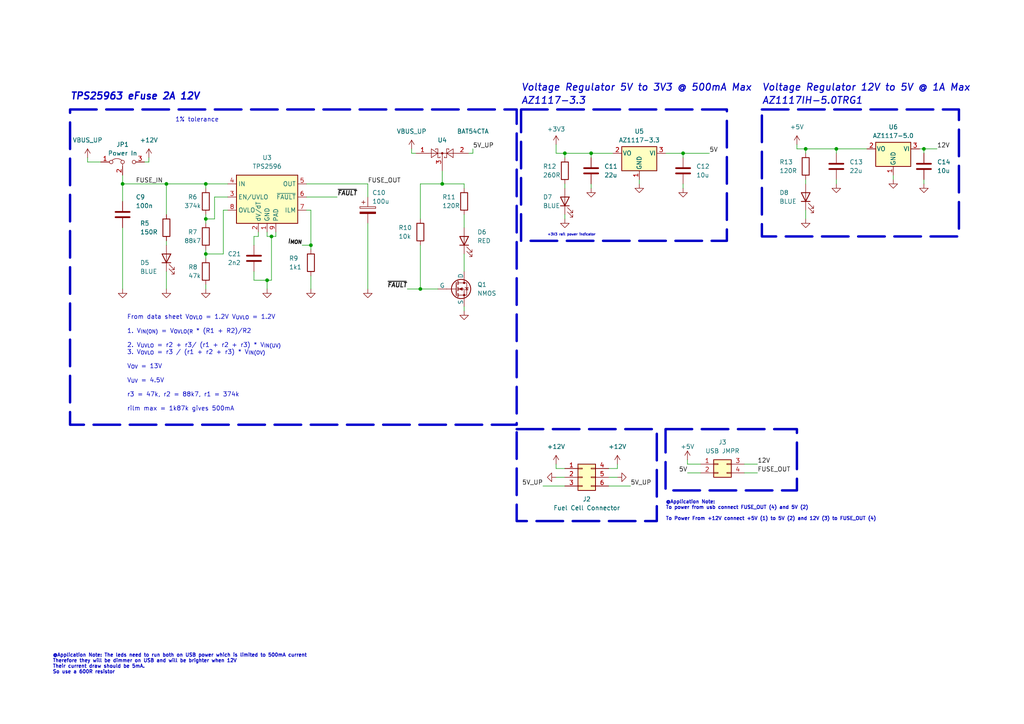
<source format=kicad_sch>
(kicad_sch (version 20231120) (generator "eeschema") (generator_version "8.0")
  (paper "A4")
  (title_block (date "2023-10-06"))
  (lib_symbols
    (symbol "Connector_Generic:Conn_02x02_Top_Bottom" (pin_names (offset 1.016) hide)
      (property "Reference" "J" (at 1.27 2.54 0))
      (property "Value" "Conn_02x02_Top_Bottom" (at 1.27 -5.08 0))
      (symbol "Conn_02x02_Top_Bottom_1_1"
        (rectangle (start -1.27 -2.413) (end 0 -2.667) (stroke (width 0.1524)))
        (rectangle (start -1.27 0.127) (end 0 -0.127) (stroke (width 0.1524)))
        (rectangle (start -1.27 1.27) (end 3.81 -3.81) (stroke (width 0.254)) (fill (type background)))
        (rectangle (start 3.81 -2.413) (end 2.54 -2.667) (stroke (width 0.1524)))
        (rectangle (start 3.81 0.127) (end 2.54 -0.127) (stroke (width 0.1524)))
        (pin passive line (at -5.08 0 0) (length 3.81) (name "Pin_1") (number "1"))
        (pin passive line (at -5.08 -2.54 0) (length 3.81) (name "Pin_2") (number "2"))
        (pin passive line (at 7.62 0 180) (length 3.81) (name "Pin_3") (number "3"))
        (pin passive line (at 7.62 -2.54 180) (length 3.81) (name "Pin_4") (number "4"))
      )
    )
    (symbol "Connector_Generic:Conn_02x03_Top_Bottom" (pin_names (offset 1.016) hide)
      (property "Reference" "J" (at 1.27 5.08 0))
      (property "Value" "Conn_02x03_Top_Bottom" (at 1.27 -5.08 0))
      (symbol "Conn_02x03_Top_Bottom_1_1"
        (rectangle (start -1.27 -2.413) (end 0 -2.667) (stroke (width 0.1524)))
        (rectangle (start -1.27 0.127) (end 0 -0.127) (stroke (width 0.1524)))
        (rectangle (start -1.27 2.667) (end 0 2.413) (stroke (width 0.1524)))
        (rectangle (start -1.27 3.81) (end 3.81 -3.81) (stroke (width 0.254)) (fill (type background)))
        (rectangle (start 3.81 -2.413) (end 2.54 -2.667) (stroke (width 0.1524)))
        (rectangle (start 3.81 0.127) (end 2.54 -0.127) (stroke (width 0.1524)))
        (rectangle (start 3.81 2.667) (end 2.54 2.413) (stroke (width 0.1524)))
        (pin passive line (at -5.08 2.54 0) (length 3.81) (name "Pin_1") (number "1"))
        (pin passive line (at -5.08 0 0) (length 3.81) (name "Pin_2") (number "2"))
        (pin passive line (at -5.08 -2.54 0) (length 3.81) (name "Pin_3") (number "3"))
        (pin passive line (at 7.62 2.54 180) (length 3.81) (name "Pin_4") (number "4"))
        (pin passive line (at 7.62 0 180) (length 3.81) (name "Pin_5") (number "5"))
        (pin passive line (at 7.62 -2.54 180) (length 3.81) (name "Pin_6") (number "6"))
      )
    )
    (symbol "Device:C" (pin_numbers hide) (pin_names (offset 0.254))
      (property "Reference" "C" (at 0.635 2.54 0))
      (property "Value" "C" (at 0.635 -2.54 0))
      (symbol "C_0_1"
        (polyline (pts (xy -2.032 -0.762) (xy 2.032 -0.762)) (stroke (width 0.508)))
        (polyline (pts (xy -2.032 0.762) (xy 2.032 0.762)) (stroke (width 0.508)))
      )
      (symbol "C_1_1"
        (pin passive line (at 0 3.81 270) (length 2.794) (name "~") (number "1"))
        (pin passive line (at 0 -3.81 90) (length 2.794) (name "~") (number "2"))
      )
    )
    (symbol "Device:C_Polarized" (pin_numbers hide) (pin_names (offset 0.254))
      (property "Reference" "C" (at 0.635 2.54 0))
      (property "Value" "C_Polarized" (at 0.635 -2.54 0))
      (symbol "C_Polarized_0_1"
        (rectangle (start -2.286 0.508) (end 2.286 1.016))
        (polyline (pts (xy -1.778 2.286) (xy -0.762 2.286)))
        (polyline (pts (xy -1.27 2.794) (xy -1.27 1.778)))
        (rectangle (start 2.286 -0.508) (end -2.286 -1.016) (fill (type outline)))
      )
      (symbol "C_Polarized_1_1"
        (pin passive line (at 0 3.81 270) (length 2.794) (name "~") (number "1"))
        (pin passive line (at 0 -3.81 90) (length 2.794) (name "~") (number "2"))
      )
    )
    (symbol "Device:LED" (pin_numbers hide) (pin_names (offset 1.016) hide)
      (property "Reference" "D" (at 0 2.54 0))
      (property "Value" "LED" (at 0 -2.54 0))
      (symbol "LED_0_1"
        (polyline (pts (xy -1.27 -1.27) (xy -1.27 1.27)) (stroke (width 0.254)))
        (polyline (pts (xy -1.27 0) (xy 1.27 0)))
        (polyline (pts (xy 1.27 -1.27) (xy 1.27 1.27) (xy -1.27 0) (xy 1.27 -1.27)) (stroke (width 0.254)))
        (polyline (pts (xy -3.048 -0.762) (xy -4.572 -2.286) (xy -3.81 -2.286) (xy -4.572 -2.286) (xy -4.572 -1.524)))
        (polyline (pts (xy -1.778 -0.762) (xy -3.302 -2.286) (xy -2.54 -2.286) (xy -3.302 -2.286) (xy -3.302 -1.524)))
      )
      (symbol "LED_1_1"
        (pin passive line (at -3.81 0 0) (length 2.54) (name "K") (number "1"))
        (pin passive line (at 3.81 0 180) (length 2.54) (name "A") (number "2"))
      )
    )
    (symbol "Device:R" (pin_numbers hide) (pin_names (offset 0))
      (property "Reference" "R" (at 2.032 0 90))
      (property "Value" "R" (at 0 0 90))
      (symbol "R_0_1"
        (rectangle (start -1.016 -2.54) (end 1.016 2.54) (stroke (width 0.254)))
      )
      (symbol "R_1_1"
        (pin passive line (at 0 3.81 270) (length 1.27) (name "~") (number "1"))
        (pin passive line (at 0 -3.81 90) (length 1.27) (name "~") (number "2"))
      )
    )
    (symbol "H2_Parts:TPS2596"
      (property "Reference" "U" (at 0 11.43 0))
      (property "Value" "TPS2596" (at 0 8.89 0))
      (symbol "TPS2596_0_1"
        (rectangle (start -8.89 6.35) (end 8.89 -7.62) (stroke (width 0.254)) (fill (type background)))
      )
      (symbol "TPS2596_1_1"
        (pin power_in line (at 0 -10.16 90) (length 2.54) (name "GND") (number "1"))
        (pin input line (at -2.54 -10.16 90) (length 2.54) (name "dV/dT") (number "2"))
        (pin input line (at -11.43 0 0) (length 2.54) (name "EN/UVLO") (number "3"))
        (pin power_in line (at -11.43 3.81 0) (length 2.54) (name "IN") (number "4"))
        (pin power_out line (at 11.43 3.81 180) (length 2.54) (name "OUT") (number "5"))
        (pin output line (at 11.43 0 180) (length 2.54) (name "~{FAULT}") (number "6"))
        (pin input line (at 11.43 -3.81 180) (length 2.54) (name "ILM") (number "7"))
        (pin input line (at -11.43 -3.81 0) (length 2.54) (name "OVLO") (number "8"))
        (pin input line (at 2.54 -10.16 90) (length 2.54) (name "PAD") (number "9"))
      )
    )
    (symbol "Jumper:Jumper_3_Bridged12" (pin_names (offset 0) hide)
      (property "Reference" "JP" (at -2.54 -2.54 0))
      (property "Value" "Jumper_3_Bridged12" (at 0 2.794 0))
      (symbol "Jumper_3_Bridged12_0_0"
        (circle (center -3.302 0) (radius 0.508))
        (circle (center 0 0) (radius 0.508))
        (circle (center 3.302 0) (radius 0.508))
      )
      (symbol "Jumper_3_Bridged12_0_1"
        (arc (start -0.254 0.508) (mid -1.651 0.9912) (end -3.048 0.508))
        (polyline (pts (xy 0 -1.27) (xy 0 -0.508)))
      )
      (symbol "Jumper_3_Bridged12_1_1"
        (pin passive line (at -6.35 0 0) (length 2.54) (name "A") (number "1"))
        (pin passive line (at 0 -3.81 90) (length 2.54) (name "C") (number "2"))
        (pin passive line (at 6.35 0 180) (length 2.54) (name "B") (number "3"))
      )
    )
    (symbol "RF_Parts:+12V_UP" (power) (pin_names (offset 0))
      (property "Value" "+12V_UP" (at 0 3.556 0))
      (symbol "+12V_UP_0_1"
        (polyline (pts (xy -0.762 1.27) (xy 0 2.54)))
        (polyline (pts (xy 0 0) (xy 0 2.54)))
        (polyline (pts (xy 0 2.54) (xy 0.762 1.27)))
      )
      (symbol "+12V_UP_1_1"
        (pin power_in line (at 0 0 90) (length 0) hide (name "+12V") (number "1"))
      )
    )
    (symbol "RF_Parts:PMEG4010CPASX"
      (property "Reference" "U" (at 0 7.62 0))
      (symbol "PMEG4010CPASX_0_1"
        (polyline (pts (xy -1.905 0) (xy 1.905 0)))
        (polyline (pts (xy -1.905 1.27) (xy -1.905 1.016)))
        (polyline (pts (xy -1.27 -1.27) (xy -0.635 -1.27)))
        (polyline (pts (xy -1.27 0) (xy -3.81 0)))
        (polyline (pts (xy -1.27 1.27) (xy -1.905 1.27)))
        (polyline (pts (xy -1.27 1.27) (xy -1.27 -1.27)))
        (polyline (pts (xy -0.635 -1.27) (xy -0.635 -1.016)))
        (polyline (pts (xy 0.635 -1.27) (xy 0.635 -1.016)))
        (polyline (pts (xy 1.27 -1.27) (xy 0.635 -1.27)))
        (polyline (pts (xy 1.27 1.27) (xy 1.27 -1.27)))
        (polyline (pts (xy 1.27 1.27) (xy 1.905 1.27)))
        (polyline (pts (xy 1.905 1.27) (xy 1.905 1.016)))
        (polyline (pts (xy 3.81 0) (xy 1.27 0)))
        (polyline (pts (xy -3.175 -1.27) (xy -3.175 1.27) (xy -1.27 0) (xy -3.175 -1.27)))
        (polyline (pts (xy 3.175 -1.27) (xy 3.175 1.27) (xy 1.27 0) (xy 3.175 -1.27)))
        (circle (center 0 0) (radius 0.254) (fill (type outline)))
      )
      (symbol "PMEG4010CPASX_1_1"
        (pin passive line (at -7.62 0 0) (length 3.81) (name "~") (number "1"))
        (pin passive line (at 7.62 0 180) (length 3.81) (name "~") (number "2"))
        (pin passive line (at 0 -5.08 90) (length 5.08) (name "~") (number "3"))
      )
    )
    (symbol "RF_Parts:VBUS_UP" (power) (pin_names (offset 0))
      (property "Value" "VBUS_UP" (at 0 3.556 0))
      (symbol "VBUS_UP_0_1"
        (polyline (pts (xy -0.762 1.27) (xy 0 2.54)))
        (polyline (pts (xy 0 0) (xy 0 2.54)))
        (polyline (pts (xy 0 2.54) (xy 0.762 1.27)))
      )
      (symbol "VBUS_UP_1_1"
        (pin power_in line (at 0 0 90) (length 0) hide (name "VBUS_UP") (number "1"))
      )
    )
    (symbol "Regulator_Linear:AZ1117-3.3" (pin_names (offset 0.254))
      (property "Reference" "U" (at -3.81 3.175 0))
      (property "Value" "AZ1117-3.3" (at 0 3.175 0))
      (symbol "AZ1117-3.3_0_1"
        (rectangle (start -5.08 1.905) (end 5.08 -5.08) (stroke (width 0.254)) (fill (type background)))
      )
      (symbol "AZ1117-3.3_1_1"
        (pin power_in line (at 0 -7.62 90) (length 2.54) (name "GND") (number "1"))
        (pin power_out line (at 7.62 0 180) (length 2.54) (name "VO") (number "2"))
        (pin power_in line (at -7.62 0 0) (length 2.54) (name "VI") (number "3"))
      )
    )
    (symbol "Regulator_Linear:AZ1117-5.0" (pin_names (offset 0.254))
      (property "Reference" "U" (at -3.81 3.175 0))
      (property "Value" "AZ1117-5.0" (at 0 3.175 0))
      (symbol "AZ1117-5.0_0_1"
        (rectangle (start -5.08 1.905) (end 5.08 -5.08) (stroke (width 0.254)) (fill (type background)))
      )
      (symbol "AZ1117-5.0_1_1"
        (pin power_in line (at 0 -7.62 90) (length 2.54) (name "GND") (number "1"))
        (pin power_out line (at 7.62 0 180) (length 2.54) (name "VO") (number "2"))
        (pin power_in line (at -7.62 0 0) (length 2.54) (name "VI") (number "3"))
      )
    )
    (symbol "Simulation_SPICE:NMOS" (pin_numbers hide) (pin_names (offset 0))
      (property "Reference" "Q" (at 5.08 1.27 0))
      (property "Value" "NMOS" (at 5.08 -1.27 0))
      (symbol "NMOS_0_1"
        (polyline (pts (xy 0.254 0) (xy -2.54 0)))
        (polyline (pts (xy 0.254 1.905) (xy 0.254 -1.905)) (stroke (width 0.254)))
        (polyline (pts (xy 0.762 -1.27) (xy 0.762 -2.286)) (stroke (width 0.254)))
        (polyline (pts (xy 0.762 0.508) (xy 0.762 -0.508)) (stroke (width 0.254)))
        (polyline (pts (xy 0.762 2.286) (xy 0.762 1.27)) (stroke (width 0.254)))
        (polyline (pts (xy 2.54 2.54) (xy 2.54 1.778)))
        (polyline (pts (xy 2.54 -2.54) (xy 2.54 0) (xy 0.762 0)))
        (polyline (pts (xy 0.762 -1.778) (xy 3.302 -1.778) (xy 3.302 1.778) (xy 0.762 1.778)))
        (polyline (pts (xy 1.016 0) (xy 2.032 0.381) (xy 2.032 -0.381) (xy 1.016 0)) (fill (type outline)))
        (polyline (pts (xy 2.794 0.508) (xy 2.921 0.381) (xy 3.683 0.381) (xy 3.81 0.254)))
        (polyline (pts (xy 3.302 0.381) (xy 2.921 -0.254) (xy 3.683 -0.254) (xy 3.302 0.381)))
        (circle (center 1.651 0) (radius 2.794) (stroke (width 0.254)))
        (circle (center 2.54 -1.778) (radius 0.254) (fill (type outline)))
        (circle (center 2.54 1.778) (radius 0.254) (fill (type outline)))
      )
      (symbol "NMOS_1_1"
        (pin passive line (at 2.54 5.08 270) (length 2.54) (name "D") (number "1"))
        (pin input line (at -5.08 0 0) (length 2.54) (name "G") (number "2"))
        (pin passive line (at 2.54 -5.08 90) (length 2.54) (name "S") (number "3"))
      )
    )
    (symbol "power:+3V3" (power) (pin_names (offset 0))
      (property "Value" "+3V3" (at 0 3.556 0))
      (symbol "+3V3_0_1"
        (polyline (pts (xy -0.762 1.27) (xy 0 2.54)))
        (polyline (pts (xy 0 0) (xy 0 2.54)))
        (polyline (pts (xy 0 2.54) (xy 0.762 1.27)))
      )
      (symbol "+3V3_1_1"
        (pin power_in line (at 0 0 90) (length 0) hide (name "+3V3") (number "1"))
      )
    )
    (symbol "power:+5V" (power) (pin_names (offset 0))
      (property "Value" "+5V" (at 0 3.556 0))
      (symbol "+5V_0_1"
        (polyline (pts (xy -0.762 1.27) (xy 0 2.54)))
        (polyline (pts (xy 0 0) (xy 0 2.54)))
        (polyline (pts (xy 0 2.54) (xy 0.762 1.27)))
      )
      (symbol "+5V_1_1"
        (pin power_in line (at 0 0 90) (length 0) hide (name "+5V") (number "1"))
      )
    )
    (symbol "power:GND" (power) (pin_names (offset 0))
      (property "Value" "GND" (at 0 -3.81 0))
      (symbol "GND_0_1"
        (polyline (pts (xy 0 0) (xy 0 -1.27) (xy 1.27 -1.27) (xy 0 -2.54) (xy -1.27 -1.27) (xy 0 -1.27)))
      )
      (symbol "GND_1_1"
        (pin power_in line (at 0 0 270) (length 0) hide (name "GND") (number "1"))
      )
    )
  )
  (junction (at 242.57 43.18))
  (junction (at 233.68 43.18))
  (junction (at 267.97 43.18))
  (junction (at 59.69 73.66))
  (junction (at 59.69 63.5))
  (junction (at 77.47 81.28))
  (junction (at 59.69 53.34))
  (junction (at 90.17 71.12))
  (junction (at 128.27 53.34))
  (junction (at 78.74 68.58))
  (junction (at 198.12 44.45))
  (junction (at 171.45 44.45))
  (junction (at 163.83 44.45))
  (junction (at 48.26 53.34))
  (junction (at 35.56 53.34))
  (junction (at 121.92 83.82))
  (wire (pts (xy 106.68 64.77) (xy 106.68 83.82)))
  (wire (pts (xy 66.04 57.15) (xy 62.23 57.15)))
  (wire (pts (xy 267.97 43.18) (xy 267.97 44.45)))
  (wire (pts (xy 106.68 53.34) (xy 106.68 57.15)))
  (wire (pts (xy 163.83 138.43) (xy 161.29 138.43)))
  (wire (pts (xy 90.17 71.12) (xy 90.17 72.39)))
  (wire (pts (xy 73.66 81.28) (xy 77.47 81.28)))
  (wire (pts (xy 59.69 73.66) (xy 64.77 73.66)))
  (wire (pts (xy 90.17 60.96) (xy 88.9 60.96)))
  (wire (pts (xy 163.83 62.23) (xy 163.83 63.5)))
  (wire (pts (xy 161.29 134.62) (xy 161.29 135.89)))
  (wire (pts (xy 163.83 44.45) (xy 171.45 44.45)))
  (wire (pts (xy 137.16 44.45) (xy 135.89 44.45)))
  (wire (pts (xy 35.56 53.34) (xy 35.56 50.8)))
  (wire (pts (xy 59.69 63.5) (xy 62.23 63.5)))
  (wire (pts (xy 48.26 53.34) (xy 59.69 53.34)))
  (wire (pts (xy 78.74 68.58) (xy 77.47 68.58)))
  (wire (pts (xy 134.62 53.34) (xy 134.62 54.61)))
  (wire (pts (xy 161.29 135.89) (xy 163.83 135.89)))
  (wire (pts (xy 80.01 68.58) (xy 80.01 67.31)))
  (wire (pts (xy 121.92 53.34) (xy 121.92 63.5)))
  (wire (pts (xy 199.39 137.16) (xy 203.2 137.16)))
  (wire (pts (xy 161.29 44.45) (xy 161.29 41.91)))
  (wire (pts (xy 35.56 66.04) (xy 35.56 83.82)))
  (wire (pts (xy 266.7 43.18) (xy 267.97 43.18)))
  (wire (pts (xy 88.9 53.34) (xy 106.68 53.34)))
  (wire (pts (xy 25.4 45.72) (xy 25.4 46.99)))
  (wire (pts (xy 64.77 60.96) (xy 66.04 60.96)))
  (wire (pts (xy 48.26 78.74) (xy 48.26 83.82)))
  (wire (pts (xy 90.17 80.01) (xy 90.17 83.82)))
  (wire (pts (xy 233.68 43.18) (xy 233.68 44.45)))
  (wire (pts (xy 179.07 135.89) (xy 176.53 135.89)))
  (wire (pts (xy 88.9 57.15) (xy 97.79 57.15)))
  (wire (pts (xy 43.18 46.99) (xy 41.91 46.99)))
  (wire (pts (xy 193.04 44.45) (xy 198.12 44.45)))
  (wire (pts (xy 242.57 52.07) (xy 242.57 53.34)))
  (wire (pts (xy 59.69 62.23) (xy 59.69 63.5)))
  (wire (pts (xy 163.83 54.61) (xy 163.83 53.34)))
  (wire (pts (xy 59.69 74.93) (xy 59.69 73.66)))
  (wire (pts (xy 59.69 82.55) (xy 59.69 83.82)))
  (wire (pts (xy 25.4 46.99) (xy 29.21 46.99)))
  (wire (pts (xy 198.12 53.34) (xy 198.12 54.61)))
  (wire (pts (xy 267.97 52.07) (xy 267.97 53.34)))
  (wire (pts (xy 161.29 44.45) (xy 163.83 44.45)))
  (wire (pts (xy 231.14 43.18) (xy 233.68 43.18)))
  (wire (pts (xy 185.42 53.34) (xy 185.42 52.07)))
  (wire (pts (xy 35.56 53.34) (xy 48.26 53.34)))
  (wire (pts (xy 59.69 54.61) (xy 59.69 53.34)))
  (wire (pts (xy 219.71 137.16) (xy 215.9 137.16)))
  (wire (pts (xy 179.07 134.62) (xy 179.07 135.89)))
  (wire (pts (xy 198.12 44.45) (xy 205.74 44.45)))
  (wire (pts (xy 119.38 44.45) (xy 120.65 44.45)))
  (wire (pts (xy 78.74 68.58) (xy 80.01 68.58)))
  (wire (pts (xy 128.27 49.53) (xy 128.27 53.34)))
  (wire (pts (xy 199.39 134.62) (xy 203.2 134.62)))
  (wire (pts (xy 171.45 44.45) (xy 177.8 44.45)))
  (wire (pts (xy 233.68 53.34) (xy 233.68 52.07)))
  (wire (pts (xy 171.45 53.34) (xy 171.45 54.61)))
  (wire (pts (xy 119.38 44.45) (xy 119.38 43.18)))
  (wire (pts (xy 74.93 68.58) (xy 74.93 67.31)))
  (wire (pts (xy 199.39 133.35) (xy 199.39 134.62)))
  (wire (pts (xy 121.92 71.12) (xy 121.92 83.82)))
  (wire (pts (xy 259.08 50.8) (xy 259.08 52.07)))
  (wire (pts (xy 233.68 60.96) (xy 233.68 63.5)))
  (wire (pts (xy 157.48 140.97) (xy 163.83 140.97)))
  (wire (pts (xy 62.23 57.15) (xy 62.23 63.5)))
  (wire (pts (xy 137.16 43.18) (xy 137.16 44.45)))
  (wire (pts (xy 35.56 53.34) (xy 35.56 58.42)))
  (wire (pts (xy 73.66 68.58) (xy 74.93 68.58)))
  (wire (pts (xy 73.66 78.74) (xy 73.66 81.28)))
  (wire (pts (xy 163.83 45.72) (xy 163.83 44.45)))
  (wire (pts (xy 176.53 138.43) (xy 179.07 138.43)))
  (wire (pts (xy 242.57 43.18) (xy 251.46 43.18)))
  (wire (pts (xy 128.27 53.34) (xy 134.62 53.34)))
  (wire (pts (xy 48.26 69.85) (xy 48.26 71.12)))
  (wire (pts (xy 219.71 134.62) (xy 215.9 134.62)))
  (wire (pts (xy 134.62 73.66) (xy 134.62 78.74)))
  (wire (pts (xy 59.69 63.5) (xy 59.69 64.77)))
  (wire (pts (xy 64.77 73.66) (xy 64.77 60.96)))
  (wire (pts (xy 48.26 53.34) (xy 48.26 62.23)))
  (wire (pts (xy 121.92 53.34) (xy 128.27 53.34)))
  (wire (pts (xy 231.14 43.18) (xy 231.14 41.91)))
  (wire (pts (xy 233.68 43.18) (xy 242.57 43.18)))
  (wire (pts (xy 121.92 83.82) (xy 127 83.82)))
  (wire (pts (xy 87.63 71.12) (xy 90.17 71.12)))
  (wire (pts (xy 198.12 44.45) (xy 198.12 45.72)))
  (wire (pts (xy 43.18 45.72) (xy 43.18 46.99)))
  (wire (pts (xy 59.69 53.34) (xy 66.04 53.34)))
  (wire (pts (xy 242.57 43.18) (xy 242.57 44.45)))
  (wire (pts (xy 73.66 68.58) (xy 73.66 71.12)))
  (wire (pts (xy 267.97 43.18) (xy 271.78 43.18)))
  (wire (pts (xy 77.47 81.28) (xy 77.47 83.82)))
  (wire (pts (xy 171.45 44.45) (xy 171.45 45.72)))
  (wire (pts (xy 182.88 140.97) (xy 176.53 140.97)))
  (wire (pts (xy 78.74 81.28) (xy 77.47 81.28)))
  (wire (pts (xy 134.62 66.04) (xy 134.62 62.23)))
  (wire (pts (xy 77.47 68.58) (xy 77.47 67.31)))
  (wire (pts (xy 78.74 68.58) (xy 78.74 81.28)))
  (wire (pts (xy 134.62 88.9) (xy 134.62 90.17)))
  (wire (pts (xy 59.69 73.66) (xy 59.69 72.39)))
  (wire (pts (xy 90.17 60.96) (xy 90.17 71.12)))
  (wire (pts (xy 118.11 83.82) (xy 121.92 83.82)))
  (rectangle (start 20.32 31.75) (end 149.86 123.19) (stroke (width 0.7) (type dash)))
  (rectangle (start 193.04 124.46) (end 231.14 142.24) (stroke (width 0.7) (type dash)))
  (rectangle (start 149.86 124.46) (end 190.5 151.13) (stroke (width 0.7) (type dash)))
  (rectangle (start 220.98 31.75) (end 278.13 68.58) (stroke (width 0.7) (type dash)))
  (rectangle (start 151.13 31.75) (end 210.82 69.85) (stroke (width 0.7) (type dash)))
  (text "TPS25963 eFuse 2A 12V" (at 20.32 29.21 0) (effects (font (size 2 2) (thickness 0.4) (bold yes) (italic yes)) (justify left bottom)))
  (text "Voltage Regulator 5V to 3V3 @ 500mA Max" (at 151.13 26.67 0) (effects (font (size 2 2) (thickness 0.3) (bold yes) (italic yes)) (justify left bottom)))
  (text "AZ1117-3.3" (at 151.13 30.48 0) (effects (font (size 2 2) (thickness 0.3) (bold yes) (italic yes)) (justify left bottom)))
  (text "@Application Note: \nTo power from usb connect FUSE_OUT (4) and 5V (2)\n\nTo Power From +12V connect +5V (1) to 5V (2) and 12V (3) to FUSE_OUT (4)" (at 193.04 151.13 0) (effects (font (size 1 1) (thickness 0.2) (bold yes)) (justify left bottom)))
  (text "From data sheet V_{OVLO} = 1.2V V_{UVLO} = 1.2V\n\n1. V_{IN(ON)} = V_{OVLO(R} * (R1 + R2)/R2\n\n2. V_{UVLO} = r2 + r3/ (r1 + r2 + r3) * V_{IN(UV)} \n3. V_{OVLO} = r3 / (r1 + r2 + r3) * V_{IN(OV)}\n\nV_{OV} = 13V\n\nV_{UV} = 4.5V\n\nr3 = 47k, r2 = 88k7, r1 = 374k\n\nrilm max = 1k87k gives 500mA" (at 36.83 119.38 0) (effects (font (size 1.27 1.27)) (justify left bottom)))
  (text "AZ1117IH-5.0TRG1" (at 220.98 30.48 0) (effects (font (size 2 2) (thickness 0.3) (bold yes) (italic yes)) (justify left bottom)))
  (text "1% tolerance" (at 50.8 35.56 0) (effects (font (size 1.27 1.27)) (justify left bottom)))
  (text "Voltage Regulator 12V to 5V @ 1A Max" (at 220.98 26.67 0) (effects (font (size 2 2) (thickness 0.3) (bold yes) (italic yes)) (justify left bottom)))
  (text "@Application Note: The leds need to run both on USB power which is limited to 500mA current\nTherefore they will be dimmer on USB and will be brighter when 12V\nTheir current draw should be 5mA.\nSo use a 600R resistor\n" (at 15.24 195.58 0) (effects (font (size 1 1) (thickness 0.2) (bold yes)) (justify left bottom)))
  (text "+3V3 rail power indicator" (at 158.75 68.58 0) (effects (font (size 0.7 0.7)) (justify left bottom)))
  (label "~{FAULT}" (at 118.11 83.82 180) (effects (font (bold yes) (italic yes))))
  (label "5V" (at 205.74 44.45 0))
  (label "12V" (at 271.78 43.18 0))
  (label "5V_UP" (at 182.88 140.97 0))
  (label "FUSE_OUT" (at 106.68 53.34 0))
  (label "FUSE_IN" (at 39.37 53.34 0))
  (label "12V" (at 219.71 134.62 0))
  (label "5V_UP" (at 157.48 140.97 180))
  (label "~{FAULT}" (at 97.79 57.15 0) (effects (font (bold yes) (italic yes))))
  (label "5V" (at 199.39 137.16 180))
  (label "I_{MON}" (at 87.63 71.12 180) (effects (font (bold yes) (italic yes))))
  (label "FUSE_OUT" (at 219.71 137.16 0))
  (label "5V_UP" (at 137.16 43.18 0))
  (symbol (lib_id "Device:R") (at 134.62 58.42 0) (unit 1)
    (property "Reference" "R11" (at 128.27 57.15 0) (effects (justify left)))
    (property "Value" "120R" (at 128.27 59.69 0) (effects (justify left)))
    (property "Footprint" "Resistor_SMD:R_0603_1608Metric" (effects (hide yes)))
    (property "LCSC #" "C22787" (effects (hide yes)))
    (property "JLCPCB Part#(optional)" "C22787" (effects (hide yes)))
    (property "DK #" "RMCF0603FT604RCT-ND" (effects (hide yes)))
    (property "PCBA" "-" (effects (hide yes)))
  )
  (symbol (lib_id "power:GND") (at 35.56 83.82 0) (unit 1)
    (property "Reference" "#PWR020" (effects (hide yes)))
    (property "Value" "GND" (effects (hide yes)))
    (instances (project "CAN-USB RF Module" (path "" (reference "#PWR020") (unit 1))) (project "H2 Sensor Board Lucy Rev 1" (path "" (reference "#PWR?") (unit 1))))
  )
  (symbol (lib_id "Device:C") (at 73.66 74.93 0) (unit 1)
    (property "Reference" "C21" (at 66.04 73.66 0) (effects (justify left)))
    (property "Value" "2n2" (at 66.04 76.2 0) (effects (justify left)))
    (property "Footprint" "Capacitor_SMD:C_0603_1608Metric" (effects (hide yes)))
    (property "JLCPCB Part#(optional)" "C1604" (effects (hide yes)))
    (property "LCSC #" "C1604" (effects (hide yes)))
    (property "DK #" "1276-1000-1-ND" (effects (hide yes)))
    (property "PCBA" "-" (effects (hide yes)))
    (instances (project "CAN-USB RF Module" (path "" (reference "C21") (unit 1))) (project "H2 Sensor Board Lucy Rev 1" (path "" (reference "C?") (unit 1))))
  )
  (symbol (lib_id "Device:R") (at 48.26 66.04 0) (unit 1)
    (property "Reference" "R5" (at 40.64 64.77 0) (effects (justify left)))
    (property "Value" "150R" (at 40.64 67.31 0) (effects (justify left)))
    (property "Footprint" "Resistor_SMD:R_0603_1608Metric" (effects (hide yes)))
    (property "JLCPCB Part#(optional)" "C22808" (effects (hide yes)))
    (property "LCSC #" "C22808" (effects (hide yes)))
    (property "DK #" "311-150HRCT-ND" (effects (hide yes)))
    (property "PCBA" "-" (effects (hide yes)))
    (instances (project "CAN-USB RF Module" (path "" (reference "R5") (unit 1))) (project "H2 Sensor Board Lucy Rev 1" (path "" (reference "R?") (unit 1))))
  )
  (symbol (lib_id "power:GND") (at 259.08 52.07 0) (unit 1)
    (property "Reference" "#PWR042" (effects (hide yes)))
    (property "Value" "GND" (effects (hide yes)))
  )
  (symbol (lib_id "power:GND") (at 233.68 63.5 0) (unit 1)
    (property "Reference" "#PWR040" (effects (hide yes)))
    (property "Value" "GND" (effects (hide yes)))
  )
  (symbol (lib_id "Device:R") (at 163.83 49.53 0) (unit 1)
    (property "Reference" "R12" (at 157.48 48.26 0) (effects (justify left)))
    (property "Value" "260R" (at 157.48 50.8 0) (effects (justify left)))
    (property "Footprint" "Resistor_SMD:R_0603_1608Metric" (effects (hide yes)))
    (property "LCSC #" "C22966" (effects (hide yes)))
    (property "JLCPCB Part#(optional)" "C22966" (effects (hide yes)))
    (property "DK #" "RMCF0603FT261RCT-ND" (effects (hide yes)))
    (property "PCBA" "-" (effects (hide yes)))
  )
  (symbol (lib_id "power:GND") (at 77.47 83.82 0) (unit 1)
    (property "Reference" "#PWR024" (effects (hide yes)))
    (property "Value" "GND" (effects (hide yes)))
    (instances (project "CAN-USB RF Module" (path "" (reference "#PWR024") (unit 1))) (project "H2 Sensor Board Lucy Rev 1" (path "" (reference "#PWR?") (unit 1))))
  )
  (symbol (lib_id "RF_Parts:+12V_UP") (at 161.29 134.62 0) (unit 1)
    (property "Reference" "#PWR030" (effects (hide yes)))
    (property "Value" "+12V" (at 161.29 129.54 0))
  )
  (symbol (lib_id "Device:C") (at 35.56 62.23 0) (unit 1)
    (property "Reference" "C9" (at 39.37 57.15 0) (effects (justify left)))
    (property "Value" "100n" (at 39.37 59.69 0) (effects (justify left)))
    (property "Footprint" "Capacitor_SMD:C_0603_1608Metric" (effects (hide yes)))
    (property "JLCPCB Part#(optional)" "C14663" (effects (hide yes)))
    (property "LCSC #" "C14663" (effects (hide yes)))
    (property "DK #" "1276-1000-1-ND" (effects (hide yes)))
    (property "PCBA" "-" (effects (hide yes)))
    (instances (project "CAN-USB RF Module" (path "" (reference "C9") (unit 1))) (project "H2 Sensor Board Lucy Rev 1" (path "" (reference "C?") (unit 1))))
  )
  (symbol (lib_id "Device:R") (at 59.69 68.58 0) (unit 1)
    (property "Reference" "R7" (at 55.88 67.31 0))
    (property "Value" "88k7" (at 55.88 69.85 0))
    (property "Footprint" "Resistor_SMD:R_0603_1608Metric" (effects (hide yes)))
    (property "LCSC #" "C170688" (effects (hide yes)))
    (property "DK #" "311-88.7KLRCT-ND" (effects (hide yes)))
    (instances (project "CAN-USB RF Module" (path "" (reference "R7") (unit 1))) (project "H2 Sensor Board Lucy Rev 1" (path "" (reference "R?") (unit 1))))
  )
  (symbol (lib_id "power:GND") (at 59.69 83.82 0) (unit 1)
    (property "Reference" "#PWR023" (effects (hide yes)))
    (property "Value" "GND" (effects (hide yes)))
    (instances (project "CAN-USB RF Module" (path "" (reference "#PWR023") (unit 1))) (project "H2 Sensor Board Lucy Rev 1" (path "" (reference "#PWR?") (unit 1))))
  )
  (symbol (lib_id "RF_Parts:VBUS_UP") (at 25.4 45.72 0) (unit 1)
    (property "Reference" "#PWR019" (effects (hide yes)))
    (property "Value" "VBUS_UP" (at 25.4 40.64 0))
  )
  (symbol (lib_id "power:+5V") (at 199.39 133.35 0) (unit 1)
    (property "Reference" "#PWR038" (effects (hide yes)))
    (property "Value" "+5V" (at 199.39 129.54 0))
  )
  (symbol (lib_id "Simulation_SPICE:NMOS") (at 132.08 83.82 0) (unit 1)
    (property "Reference" "Q1" (at 138.43 82.55 0) (effects (justify left)))
    (property "Value" "NMOS" (at 138.43 85.09 0) (effects (justify left)))
    (property "Footprint" "Package_TO_SOT_SMD:SOT-523" (effects (hide yes)))
    (property "Datasheet" "https://ngspice.sourceforge.io/docs/ngspice-manual.pdf" (effects (hide yes)))
    (property "DK #" "T2N7002AKLMCT-ND" (effects (hide yes)))
  )
  (symbol (lib_id "RF_Parts:VBUS_UP") (at 119.38 43.18 0) (unit 1)
    (property "Reference" "#PWR027" (effects (hide yes)))
    (property "Value" "VBUS_UP" (at 119.38 38.1 0))
  )
  (symbol (lib_id "power:GND") (at 242.57 53.34 0) (unit 1)
    (property "Reference" "#PWR041" (effects (hide yes)))
    (property "Value" "GND" (effects (hide yes)))
  )
  (symbol (lib_id "Device:R") (at 121.92 67.31 0) (unit 1)
    (property "Reference" "R10" (at 115.57 66.04 0) (effects (justify left)))
    (property "Value" "10k" (at 115.57 68.58 0) (effects (justify left)))
    (property "Footprint" "Resistor_SMD:R_0603_1608Metric" (effects (hide yes)))
    (property "LCSC #" "C25804" (effects (hide yes)))
    (property "JLCPCB Part#(optional)" "C25804" (effects (hide yes)))
    (property "DK #" "311-10.0KHRCT-ND" (effects (hide yes)))
    (property "PCBA" "-" (effects (hide yes)))
  )
  (symbol (lib_id "power:GND") (at 134.62 90.17 0) (unit 1)
    (property "Reference" "#PWR028" (effects (hide yes)))
    (property "Value" "GND" (effects (hide yes)))
  )
  (symbol (lib_id "Connector_Generic:Conn_02x03_Top_Bottom") (at 168.91 138.43 0) (unit 1)
    (property "Reference" "J2" (at 170.18 144.78 0))
    (property "Value" "Fuel Cell Connector" (at 170.18 147.32 0))
    (property "Footprint" "footprints:Molex_Micro-Fit_3.0_43045-0621_2x03-1MP_P3.00mm_Horizontal" (effects (hide yes)))
    (property "DK #" "WM10702CT-ND" (effects (hide yes)))
  )
  (symbol (lib_id "Regulator_Linear:AZ1117-3.3") (at 185.42 44.45 0) (mirror y) (unit 1)
    (property "Reference" "U5" (at 185.42 38.1 0))
    (property "Value" "AZ1117-3.3" (at 185.42 40.64 0))
    (property "Footprint" "Package_TO_SOT_SMD:SOT-223-3_TabPin2" (effects (hide yes)))
    (property "Datasheet" "https://www.diodes.com/assets/Datasheets/AZ1117.pdf" (effects (hide yes)))
    (property "DK #" "AZ1117IH-3.3TRG1DICT-ND" (effects (hide yes)))
  )
  (symbol (lib_id "power:+5V") (at 231.14 41.91 0) (unit 1)
    (property "Reference" "#PWR039" (effects (hide yes)))
    (property "Value" "+5V" (at 231.14 36.83 0))
  )
  (symbol (lib_id "power:GND") (at 106.68 83.82 0) (unit 1)
    (property "Reference" "#PWR026" (effects (hide yes)))
    (property "Value" "GND" (effects (hide yes)))
    (instances (project "CAN-USB RF Module" (path "" (reference "#PWR026") (unit 1))) (project "H2 Sensor Board Lucy Rev 1" (path "" (reference "#PWR?") (unit 1))))
  )
  (symbol (lib_id "power:GND") (at 90.17 83.82 0) (unit 1)
    (property "Reference" "#PWR025" (effects (hide yes)))
    (property "Value" "GND" (effects (hide yes)))
    (instances (project "CAN-USB RF Module" (path "" (reference "#PWR025") (unit 1))) (project "H2 Sensor Board Lucy Rev 1" (path "" (reference "#PWR?") (unit 1))))
  )
  (symbol (lib_id "Device:C") (at 198.12 49.53 0) (unit 1)
    (property "Reference" "C12" (at 201.93 48.26 0) (effects (justify left)))
    (property "Value" "10u" (at 201.93 50.8 0) (effects (justify left)))
    (property "Footprint" "Capacitor_SMD:C_0805_2012Metric" (effects (hide yes)))
    (property "LCSC #" "C440198" (effects (hide yes)))
    (property "JLCPCB Part#(optional)" "C440198" (effects (hide yes)))
    (property "DK #" "490-14381-1-ND" (effects (hide yes)))
    (property "PCBA" "-" (effects (hide yes)))
  )
  (symbol (lib_id "Device:C") (at 171.45 49.53 0) (unit 1)
    (property "Reference" "C11" (at 175.26 48.26 0) (effects (justify left)))
    (property "Value" "22u" (at 175.26 50.8 0) (effects (justify left)))
    (property "Footprint" "Capacitor_SMD:C_0603_1608Metric" (effects (hide yes)))
    (property "LCSC #" "C59461" (effects (hide yes)))
    (property "JLCPCB Part#(optional)" "C59461" (effects (hide yes)))
    (property "DK #" "490-7612-2-ND" (effects (hide yes)))
    (property "PCBA" "-" (effects (hide yes)))
  )
  (symbol (lib_id "power:GND") (at 198.12 54.61 0) (unit 1)
    (property "Reference" "#PWR037" (effects (hide yes)))
    (property "Value" "GND" (effects (hide yes)))
  )
  (symbol (lib_id "H2_Parts:TPS2596") (at 77.47 57.15 0) (unit 1)
    (property "Reference" "U3" (at 77.47 45.72 0))
    (property "Value" "TPS2596" (at 77.47 48.26 0))
    (property "Footprint" "Package_SO:TI_SO-PowerPAD-8" (effects (hide yes)))
    (property "Datasheet" "https://www.ti.com/lit/gpn/tps2596" (effects (hide yes)))
    (property "DK #" "296-TPS259631DDARCT-ND" (effects (hide yes)))
    (instances (project "CAN-USB RF Module" (path "" (reference "U3") (unit 1))) (project "H2 Sensor Board Lucy Rev 1" (path "" (reference "U?") (unit 1))))
  )
  (symbol (lib_id "Connector_Generic:Conn_02x02_Top_Bottom") (at 208.28 134.62 0) (unit 1)
    (property "Reference" "J3" (at 209.55 128.27 0))
    (property "Value" "USB JMPR" (at 209.55 130.81 0))
    (property "Footprint" "Connector_PinHeader_2.54mm:PinHeader_2x02_P2.54mm_Vertical" (effects (hide yes)))
  )
  (symbol (lib_id "RF_Parts:PMEG4010CPASX") (at 128.27 44.45 0) (unit 1)
    (property "Reference" "U4" (at 128.27 40.64 0))
    (property "Value" "BAT54CTA" (at 137.16 38.1 0))
    (property "Footprint" "Package_TO_SOT_SMD:SOT-23" (effects (hide yes)))
    (property "DK #" "BAT54CCT-ND" (effects (hide yes)))
  )
  (symbol (lib_id "RF_Parts:+12V_UP") (at 43.18 45.72 0) (unit 1)
    (property "Reference" "#PWR021" (effects (hide yes)))
    (property "Value" "+12V" (at 43.18 40.64 0))
  )
  (symbol (lib_id "Device:R") (at 59.69 58.42 180) (unit 1)
    (property "Reference" "R6" (at 55.88 57.15 0))
    (property "Value" "374k" (at 55.88 59.69 0))
    (property "Footprint" "Resistor_SMD:R_0603_1608Metric" (effects (hide yes)))
    (property "LCSC #" "C25815" (effects (hide yes)))
    (property "DK #" "RMCF0603FT374KCT-ND" (effects (hide yes)))
    (instances (project "CAN-USB RF Module" (path "" (reference "R6") (unit 1))) (project "H2 Sensor Board Lucy Rev 1" (path "" (reference "R?") (unit 1))))
  )
  (symbol (lib_id "RF_Parts:+12V_UP") (at 179.07 134.62 0) (unit 1)
    (property "Reference" "#PWR034" (effects (hide yes)))
    (property "Value" "+12V" (at 179.07 129.54 0))
  )
  (symbol (lib_id "power:+3V3") (at 161.29 41.91 0) (unit 1)
    (property "Reference" "#PWR029" (effects (hide yes)))
    (property "Value" "+3V3" (at 161.29 37.465 0))
  )
  (symbol (lib_id "Device:C_Polarized") (at 106.68 60.96 0) (unit 1)
    (property "Reference" "C10" (at 107.95 55.88 0) (effects (justify left)))
    (property "Value" "100u" (at 107.95 58.42 0) (effects (justify left)))
    (property "Footprint" "Capacitor_SMD:CP_Elec_6.3x5.9" (effects (hide yes)))
    (property "DK #" "399-A766EB127M0JLAE022CT-ND" (effects (hide yes)))
    (instances (project "CAN-USB RF Module" (path "" (reference "C10") (unit 1))) (project "H2 Sensor Board Lucy Rev 1" (path "" (reference "C?") (unit 1))))
  )
  (symbol (lib_id "Jumper:Jumper_3_Bridged12") (at 35.56 46.99 0) (unit 1)
    (property "Reference" "JP1" (at 35.56 41.91 0))
    (property "Value" "Power In" (at 35.56 44.45 0))
    (property "Footprint" "Connector_PinHeader_2.54mm:PinHeader_1x03_P2.54mm_Vertical" (effects (hide yes)))
  )
  (symbol (lib_id "power:GND") (at 185.42 53.34 0) (unit 1)
    (property "Reference" "#PWR036" (effects (hide yes)))
    (property "Value" "GND" (effects (hide yes)))
  )
  (symbol (lib_id "power:GND") (at 179.07 138.43 90) (unit 1)
    (property "Reference" "#PWR035" (effects (hide yes)))
    (property "Value" "GND" (effects (hide yes)))
  )
  (symbol (lib_id "Regulator_Linear:AZ1117-5.0") (at 259.08 43.18 0) (mirror y) (unit 1)
    (property "Reference" "U6" (at 259.08 36.83 0))
    (property "Value" "AZ1117-5.0" (at 259.08 39.37 0))
    (property "Footprint" "Package_TO_SOT_SMD:SOT-223-3_TabPin2" (effects (hide yes)))
    (property "Datasheet" "https://www.diodes.com/assets/Datasheets/AZ1117.pdf" (effects (hide yes)))
    (property "DK #" "AZ1117IH-5.0TRG1DICT-ND" (effects (hide yes)))
  )
  (symbol (lib_id "Device:R") (at 59.69 78.74 0) (unit 1)
    (property "Reference" "R8" (at 54.61 77.47 0) (effects (justify left)))
    (property "Value" "47k" (at 54.61 80.01 0) (effects (justify left)))
    (property "Footprint" "Resistor_SMD:R_0603_1608Metric" (effects (hide yes)))
    (property "JLCPCB Part#(optional)" "C25819" (effects (hide yes)))
    (property "LCSC #" "C25819" (effects (hide yes)))
    (property "DK #" "311-47.0KHRCT-ND" (effects (hide yes)))
    (property "PCBA" "-" (effects (hide yes)))
    (instances (project "CAN-USB RF Module" (path "" (reference "R8") (unit 1))) (project "H2 Sensor Board Lucy Rev 1" (path "" (reference "R?") (unit 1))))
  )
  (symbol (lib_id "power:GND") (at 48.26 83.82 0) (unit 1)
    (property "Reference" "#PWR022" (effects (hide yes)))
    (property "Value" "GND" (effects (hide yes)))
    (instances (project "CAN-USB RF Module" (path "" (reference "#PWR022") (unit 1))) (project "H2 Sensor Board Lucy Rev 1" (path "" (reference "#PWR?") (unit 1))))
  )
  (symbol (lib_id "power:GND") (at 161.29 138.43 270) (unit 1)
    (property "Reference" "#PWR031" (effects (hide yes)))
    (property "Value" "GND" (effects (hide yes)))
  )
  (symbol (lib_id "Device:R") (at 90.17 76.2 0) (unit 1)
    (property "Reference" "R9" (at 83.82 74.93 0) (effects (justify left)))
    (property "Value" "1k1" (at 83.82 77.47 0) (effects (justify left)))
    (property "Footprint" "Resistor_SMD:R_0603_1608Metric" (effects (hide yes)))
    (property "JLCPCB Part#(optional)" "C22764" (effects (hide yes)))
    (property "LCSC #" "C22764" (effects (hide yes)))
    (property "DK #" "RMCF0603FT464RCT-ND" (effects (hide yes)))
    (property "PCBA" "-" (effects (hide yes)))
    (instances (project "CAN-USB RF Module" (path "" (reference "R9") (unit 1))) (project "H2 Sensor Board Lucy Rev 1" (path "" (reference "R?") (unit 1))))
  )
  (symbol (lib_id "Device:LED") (at 163.83 58.42 90) (unit 1)
    (property "Reference" "D7" (at 157.48 57.15 90) (effects (justify right)))
    (property "Value" "BLUE" (at 157.48 59.69 90) (effects (justify right)))
    (property "Footprint" "LED_SMD:LED_0603_1608Metric" (effects (hide yes)))
    (property "LCSC #" "C72041" (effects (hide yes)))
    (property "JLCPCB Part#(optional)" "C72041" (effects (hide yes)))
    (property "DK #" "160-1647-1-ND" (effects (hide yes)))
    (property "PCBA" "-" (effects (hide yes)))
  )
  (symbol (lib_id "power:GND") (at 163.83 63.5 0) (unit 1)
    (property "Reference" "#PWR032" (effects (hide yes)))
    (property "Value" "GND" (effects (hide yes)))
  )
  (symbol (lib_id "Device:LED") (at 134.62 69.85 90) (unit 1)
    (property "Reference" "D6" (at 138.43 67.31 90) (effects (justify right)))
    (property "Value" "RED" (at 138.43 69.85 90) (effects (justify right)))
    (property "Footprint" "LED_SMD:LED_0603_1608Metric" (effects (hide yes)))
    (property "Description" "Colorless transparence -40℃~+80℃ Red, General Green/Yellow-Green 120° 72mW 0603 Light Emitting Diodes (LED) ROHS" (effects (hide yes)))
    (property "LCSC #" "C2286" (effects (hide yes)))
    (property "JLCPCB Part#(optional)" "C2286" (effects (hide yes)))
    (property "DK #" "160-1436-1-ND" (effects (hide yes)))
    (property "PCBA" "-" (effects (hide yes)))
  )
  (symbol (lib_id "Device:R") (at 233.68 48.26 0) (unit 1)
    (property "Reference" "R13" (at 226.06 46.99 0) (effects (justify left)))
    (property "Value" "120R" (at 226.06 49.53 0) (effects (justify left)))
    (property "Footprint" "Resistor_SMD:R_0603_1608Metric" (effects (hide yes)))
    (property "LCSC #" "C22787" (effects (hide yes)))
    (property "JLCPCB Part#(optional)" "C22787" (effects (hide yes)))
    (property "DK #" "RMCF0603FT604RCT-ND" (effects (hide yes)))
    (property "PCBA" "-" (effects (hide yes)))
  )
  (symbol (lib_id "power:GND") (at 171.45 54.61 0) (unit 1)
    (property "Reference" "#PWR033" (effects (hide yes)))
    (property "Value" "GND" (effects (hide yes)))
  )
  (symbol (lib_id "Device:LED") (at 48.26 74.93 90) (unit 1)
    (property "Reference" "D5" (at 40.64 76.2 90) (effects (justify right)))
    (property "Value" "BLUE" (at 40.64 78.74 90) (effects (justify right)))
    (property "Footprint" "LED_SMD:LED_0603_1608Metric" (effects (hide yes)))
    (property "JLCPCB Part#(optional)" "C72041" (effects (hide yes)))
    (property "LCSC #" "C72041" (effects (hide yes)))
    (property "DK #" "160-1647-1-ND" (effects (hide yes)))
    (property "PCBA" "-" (effects (hide yes)))
    (instances (project "CAN-USB RF Module" (path "" (reference "D5") (unit 1))) (project "H2 Sensor Board Lucy Rev 1" (path "" (reference "D?") (unit 1))))
  )
  (symbol (lib_id "Device:C") (at 267.97 48.26 0) (unit 1)
    (property "Reference" "C14" (at 271.78 46.99 0) (effects (justify left)))
    (property "Value" "10u" (at 271.78 49.53 0) (effects (justify left)))
    (property "Footprint" "Capacitor_SMD:C_0805_2012Metric" (effects (hide yes)))
    (property "LCSC #" "C440198" (effects (hide yes)))
    (property "JLCPCB Part#(optional)" "C440198" (effects (hide yes)))
    (property "DK #" "490-14381-1-ND" (effects (hide yes)))
    (property "PCBA" "-" (effects (hide yes)))
  )
  (symbol (lib_id "Device:C") (at 242.57 48.26 0) (unit 1)
    (property "Reference" "C13" (at 246.38 46.99 0) (effects (justify left)))
    (property "Value" "22u" (at 246.38 49.53 0) (effects (justify left)))
    (property "Footprint" "Capacitor_SMD:C_0603_1608Metric" (effects (hide yes)))
    (property "LCSC #" "C59461" (effects (hide yes)))
    (property "JLCPCB Part#(optional)" "C59461" (effects (hide yes)))
    (property "DK #" "490-7612-2-ND" (effects (hide yes)))
    (property "PCBA" "-" (effects (hide yes)))
  )
  (symbol (lib_id "power:GND") (at 267.97 53.34 0) (unit 1)
    (property "Reference" "#PWR043" (effects (hide yes)))
    (property "Value" "GND" (effects (hide yes)))
  )
  (symbol (lib_id "Device:LED") (at 233.68 57.15 90) (unit 1)
    (property "Reference" "D8" (at 226.06 55.88 90) (effects (justify right)))
    (property "Value" "BLUE" (at 226.06 58.42 90) (effects (justify right)))
    (property "Footprint" "LED_SMD:LED_0603_1608Metric" (effects (hide yes)))
    (property "LCSC #" "C72041" (effects (hide yes)))
    (property "JLCPCB Part#(optional)" "C72041" (effects (hide yes)))
    (property "DK #" "160-1647-1-ND" (effects (hide yes)))
    (property "PCBA" "-" (effects (hide yes)))
  )
)
</source>
